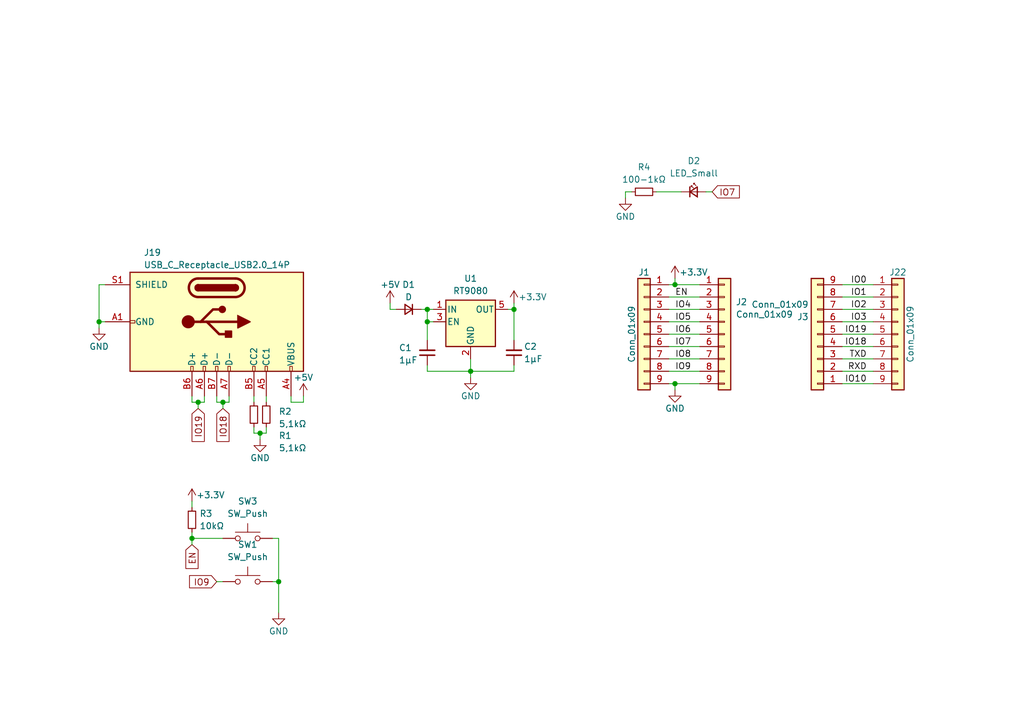
<source format=kicad_sch>
(kicad_sch (version 20231120) (generator "eeschema") (generator_version "8.0")
  (paper "A5")
  (lib_symbols
    (symbol "Connector:USB_C_Receptacle_USB2.0_14P" (pin_names (offset 1.016))
      (property "Reference" "J" (at 0 22.225 0))
      (property "Value" "USB_C_Receptacle_USB2.0_14P" (at 0 19.685 0))
      (symbol "USB_C_Receptacle_USB2.0_14P_0_0"
        (rectangle (start -0.254 -17.78) (end 0.254 -16.764))
        (rectangle (start 10.16 -4.826) (end 9.144 -5.334))
        (rectangle (start 10.16 -2.286) (end 9.144 -2.794))
        (rectangle (start 10.16 0.254) (end 9.144 -0.254))
        (rectangle (start 10.16 2.794) (end 9.144 2.286))
        (rectangle (start 10.16 7.874) (end 9.144 7.366))
        (rectangle (start 10.16 10.414) (end 9.144 9.906))
        (rectangle (start 10.16 15.494) (end 9.144 14.986))
      )
      (symbol "USB_C_Receptacle_USB2.0_14P_0_1"
        (rectangle (start -10.16 17.78) (end 10.16 -17.78) (stroke (width 0.254)) (fill (type background)))
        (arc (start -8.89 -3.81) (mid -6.985 -5.7067) (end -5.08 -3.81) (stroke (width 0.508)))
        (arc (start -7.62 -3.81) (mid -6.985 -4.4423) (end -6.35 -3.81) (stroke (width 0.254)))
        (arc (start -7.62 -3.81) (mid -6.985 -4.4423) (end -6.35 -3.81) (stroke (width 0.254)) (fill (type outline)))
        (rectangle (start -7.62 -3.81) (end -6.35 3.81) (stroke (width 0.254)) (fill (type outline)))
        (arc (start -6.35 3.81) (mid -6.985 4.4423) (end -7.62 3.81) (stroke (width 0.254)))
        (arc (start -6.35 3.81) (mid -6.985 4.4423) (end -7.62 3.81) (stroke (width 0.254)) (fill (type outline)))
        (arc (start -5.08 3.81) (mid -6.985 5.7067) (end -8.89 3.81) (stroke (width 0.508)))
        (circle (center -2.54 1.143) (radius 0.635) (stroke (width 0.254)) (fill (type outline)))
        (circle (center 0 -5.842) (radius 1.27) (fill (type outline)))
        (polyline (pts (xy -8.89 -3.81) (xy -8.89 3.81)) (stroke (width 0.508)))
        (polyline (pts (xy -5.08 3.81) (xy -5.08 -3.81)) (stroke (width 0.508)))
        (polyline (pts (xy 0 -5.842) (xy 0 4.318)) (stroke (width 0.508)))
        (polyline (pts (xy 0 -3.302) (xy -2.54 -0.762) (xy -2.54 0.508)) (stroke (width 0.508)))
        (polyline (pts (xy 0 -2.032) (xy 2.54 0.508) (xy 2.54 1.778)) (stroke (width 0.508)))
        (polyline (pts (xy -1.27 4.318) (xy 0 6.858) (xy 1.27 4.318) (xy -1.27 4.318)) (stroke (width 0.254)) (fill (type outline)))
        (rectangle (start 1.905 1.778) (end 3.175 3.048) (stroke (width 0.254)) (fill (type outline)))
      )
      (symbol "USB_C_Receptacle_USB2.0_14P_1_1"
        (pin passive line (at 0 -22.86 90) (length 5.08) (name "GND") (number "A1"))
        (pin passive line (at 0 -22.86 90) (length 5.08) hide (name "GND") (number "A12"))
        (pin passive line (at 15.24 15.24 180) (length 5.08) (name "VBUS") (number "A4"))
        (pin bidirectional line (at 15.24 10.16 180) (length 5.08) (name "CC1") (number "A5"))
        (pin bidirectional line (at 15.24 -2.54 180) (length 5.08) (name "D+") (number "A6"))
        (pin bidirectional line (at 15.24 2.54 180) (length 5.08) (name "D-") (number "A7"))
        (pin passive line (at 15.24 15.24 180) (length 5.08) hide (name "VBUS") (number "A9"))
        (pin passive line (at 0 -22.86 90) (length 5.08) hide (name "GND") (number "B1"))
        (pin passive line (at 0 -22.86 90) (length 5.08) hide (name "GND") (number "B12"))
        (pin passive line (at 15.24 15.24 180) (length 5.08) hide (name "VBUS") (number "B4"))
        (pin bidirectional line (at 15.24 7.62 180) (length 5.08) (name "CC2") (number "B5"))
        (pin bidirectional line (at 15.24 -5.08 180) (length 5.08) (name "D+") (number "B6"))
        (pin bidirectional line (at 15.24 0 180) (length 5.08) (name "D-") (number "B7"))
        (pin passive line (at 15.24 15.24 180) (length 5.08) hide (name "VBUS") (number "B9"))
        (pin passive line (at -7.62 -22.86 90) (length 5.08) (name "SHIELD") (number "S1"))
      )
    )
    (symbol "Connector_Generic:Conn_01x09" (pin_names (offset 1.016) hide)
      (property "Reference" "J" (at 0 12.7 0))
      (property "Value" "Conn_01x09" (at 0 -12.7 0))
      (symbol "Conn_01x09_1_1"
        (rectangle (start -1.27 -10.033) (end 0 -10.287) (stroke (width 0.1524)))
        (rectangle (start -1.27 -7.493) (end 0 -7.747) (stroke (width 0.1524)))
        (rectangle (start -1.27 -4.953) (end 0 -5.207) (stroke (width 0.1524)))
        (rectangle (start -1.27 -2.413) (end 0 -2.667) (stroke (width 0.1524)))
        (rectangle (start -1.27 0.127) (end 0 -0.127) (stroke (width 0.1524)))
        (rectangle (start -1.27 2.667) (end 0 2.413) (stroke (width 0.1524)))
        (rectangle (start -1.27 5.207) (end 0 4.953) (stroke (width 0.1524)))
        (rectangle (start -1.27 7.747) (end 0 7.493) (stroke (width 0.1524)))
        (rectangle (start -1.27 10.287) (end 0 10.033) (stroke (width 0.1524)))
        (rectangle (start -1.27 11.43) (end 1.27 -11.43) (stroke (width 0.254)) (fill (type background)))
        (pin passive line (at -5.08 10.16 0) (length 3.81) (name "Pin_1") (number "1"))
        (pin passive line (at -5.08 7.62 0) (length 3.81) (name "Pin_2") (number "2"))
        (pin passive line (at -5.08 5.08 0) (length 3.81) (name "Pin_3") (number "3"))
        (pin passive line (at -5.08 2.54 0) (length 3.81) (name "Pin_4") (number "4"))
        (pin passive line (at -5.08 0 0) (length 3.81) (name "Pin_5") (number "5"))
        (pin passive line (at -5.08 -2.54 0) (length 3.81) (name "Pin_6") (number "6"))
        (pin passive line (at -5.08 -5.08 0) (length 3.81) (name "Pin_7") (number "7"))
        (pin passive line (at -5.08 -7.62 0) (length 3.81) (name "Pin_8") (number "8"))
        (pin passive line (at -5.08 -10.16 0) (length 3.81) (name "Pin_9") (number "9"))
      )
    )
    (symbol "Device:C_Small" (pin_numbers hide) (pin_names (offset 0.254) hide)
      (property "Reference" "C" (at 0.254 1.778 0))
      (property "Value" "C_Small" (at 0.254 -2.032 0))
      (symbol "C_Small_0_1"
        (polyline (pts (xy -1.524 -0.508) (xy 1.524 -0.508)) (stroke (width 0.3302)))
        (polyline (pts (xy -1.524 0.508) (xy 1.524 0.508)) (stroke (width 0.3048)))
      )
      (symbol "C_Small_1_1"
        (pin passive line (at 0 2.54 270) (length 2.032) (name "~") (number "1"))
        (pin passive line (at 0 -2.54 90) (length 2.032) (name "~") (number "2"))
      )
    )
    (symbol "Device:D_Small" (pin_numbers hide) (pin_names (offset 0.254) hide)
      (property "Reference" "D" (at -1.27 2.032 0))
      (property "Value" "D_Small" (at -3.81 -2.032 0))
      (symbol "D_Small_0_1"
        (polyline (pts (xy -0.762 -1.016) (xy -0.762 1.016)) (stroke (width 0.254)))
        (polyline (pts (xy -0.762 0) (xy 0.762 0)))
        (polyline (pts (xy 0.762 -1.016) (xy -0.762 0) (xy 0.762 1.016) (xy 0.762 -1.016)) (stroke (width 0.254)))
      )
      (symbol "D_Small_1_1"
        (pin passive line (at -2.54 0 0) (length 1.778) (name "K") (number "1"))
        (pin passive line (at 2.54 0 180) (length 1.778) (name "A") (number "2"))
      )
    )
    (symbol "Device:LED_Small" (pin_numbers hide) (pin_names (offset 0.254) hide)
      (property "Reference" "D" (at -1.27 3.175 0))
      (property "Value" "LED_Small" (at -4.445 -2.54 0))
      (symbol "LED_Small_0_1"
        (polyline (pts (xy -0.762 -1.016) (xy -0.762 1.016)) (stroke (width 0.254)))
        (polyline (pts (xy 1.016 0) (xy -0.762 0)))
        (polyline (pts (xy 0.762 -1.016) (xy -0.762 0) (xy 0.762 1.016) (xy 0.762 -1.016)) (stroke (width 0.254)))
        (polyline (pts (xy 0 0.762) (xy -0.508 1.27) (xy -0.254 1.27) (xy -0.508 1.27) (xy -0.508 1.016)))
        (polyline (pts (xy 0.508 1.27) (xy 0 1.778) (xy 0.254 1.778) (xy 0 1.778) (xy 0 1.524)))
      )
      (symbol "LED_Small_1_1"
        (pin passive line (at -2.54 0 0) (length 1.778) (name "K") (number "1"))
        (pin passive line (at 2.54 0 180) (length 1.778) (name "A") (number "2"))
      )
    )
    (symbol "Device:R_Small" (pin_numbers hide) (pin_names (offset 0.254) hide)
      (property "Reference" "R" (at 0.762 0.508 0))
      (property "Value" "R_Small" (at 0.762 -1.016 0))
      (symbol "R_Small_0_1"
        (rectangle (start -0.762 1.778) (end 0.762 -1.778) (stroke (width 0.2032)))
      )
      (symbol "R_Small_1_1"
        (pin passive line (at 0 2.54 270) (length 0.762) (name "~") (number "1"))
        (pin passive line (at 0 -2.54 90) (length 0.762) (name "~") (number "2"))
      )
    )
    (symbol "Regulator_Linear:TLV75533PDBV" (pin_names (offset 0.254))
      (property "Reference" "U" (at -3.81 5.715 0))
      (property "Value" "TLV75533PDBV" (at 0 5.715 0))
      (symbol "TLV75533PDBV_0_1"
        (rectangle (start -5.08 4.445) (end 5.08 -5.08) (stroke (width 0.254)) (fill (type background)))
      )
      (symbol "TLV75533PDBV_1_1"
        (pin power_in line (at -7.62 2.54 0) (length 2.54) (name "IN") (number "1"))
        (pin power_in line (at 0 -7.62 90) (length 2.54) (name "GND") (number "2"))
        (pin input line (at -7.62 0 0) (length 2.54) (name "EN") (number "3"))
        (pin no_connect line (at 5.08 0 180) (length 2.54) hide (name "NC") (number "4"))
        (pin power_out line (at 7.62 2.54 180) (length 2.54) (name "OUT") (number "5"))
      )
    )
    (symbol "Switch:SW_Push" (pin_numbers hide) (pin_names (offset 1.016) hide)
      (property "Reference" "SW" (at 1.27 2.54 0))
      (property "Value" "SW_Push" (at 0 -1.524 0))
      (symbol "SW_Push_0_1"
        (circle (center -2.032 0) (radius 0.508))
        (polyline (pts (xy 0 1.27) (xy 0 3.048)))
        (polyline (pts (xy 2.54 1.27) (xy -2.54 1.27)))
        (circle (center 2.032 0) (radius 0.508))
        (pin passive line (at -5.08 0 0) (length 2.54) (name "1") (number "1"))
        (pin passive line (at 5.08 0 180) (length 2.54) (name "2") (number "2"))
      )
    )
    (symbol "power:+3.3V" (power) (pin_names (offset 0))
      (property "Value" "+3.3V" (at 0 3.556 0))
      (symbol "+3.3V_0_1"
        (polyline (pts (xy -0.762 1.27) (xy 0 2.54)))
        (polyline (pts (xy 0 0) (xy 0 2.54)))
        (polyline (pts (xy 0 2.54) (xy 0.762 1.27)))
      )
      (symbol "+3.3V_1_1"
        (pin power_in line (at 0 0 90) (length 0) hide (name "+3.3V") (number "1"))
      )
    )
    (symbol "power:+5V" (power) (pin_names (offset 0))
      (property "Value" "+5V" (at 0 3.556 0))
      (symbol "+5V_0_1"
        (polyline (pts (xy -0.762 1.27) (xy 0 2.54)))
        (polyline (pts (xy 0 0) (xy 0 2.54)))
        (polyline (pts (xy 0 2.54) (xy 0.762 1.27)))
      )
      (symbol "+5V_1_1"
        (pin power_in line (at 0 0 90) (length 0) hide (name "+5V") (number "1"))
      )
    )
    (symbol "power:GND" (power) (pin_names (offset 0))
      (property "Value" "GND" (at 0 -3.81 0))
      (symbol "GND_0_1"
        (polyline (pts (xy 0 0) (xy 0 -1.27) (xy 1.27 -1.27) (xy 0 -2.54) (xy -1.27 -1.27) (xy 0 -1.27)))
      )
      (symbol "GND_1_1"
        (pin power_in line (at 0 0 270) (length 0) hide (name "GND") (number "1"))
      )
    )
  )
  (junction (at 138.43 58.42))
  (junction (at 40.64 82.55))
  (junction (at 53.34 88.9))
  (junction (at 105.41 63.5))
  (junction (at 57.15 119.38))
  (junction (at 87.63 66.04))
  (junction (at 87.63 63.5))
  (junction (at 39.37 110.49))
  (junction (at 96.52 76.2))
  (junction (at 45.72 82.55))
  (junction (at 20.32 66.04))
  (junction (at 138.43 78.74))
  (wire (pts (xy 59.69 82.55) (xy 59.69 81.28)))
  (wire (pts (xy 143.51 58.42) (xy 138.43 58.42)))
  (wire (pts (xy 80.01 63.5) (xy 81.28 63.5)))
  (wire (pts (xy 40.64 82.55) (xy 40.64 83.82)))
  (wire (pts (xy 105.41 63.5) (xy 104.14 63.5)))
  (wire (pts (xy 179.07 76.2) (xy 172.72 76.2)))
  (wire (pts (xy 134.62 39.37) (xy 139.7 39.37)))
  (wire (pts (xy 96.52 73.66) (xy 96.52 76.2)))
  (wire (pts (xy 105.41 62.23) (xy 105.41 63.5)))
  (wire (pts (xy 138.43 78.74) (xy 137.16 78.74)))
  (wire (pts (xy 143.51 63.5) (xy 137.16 63.5)))
  (wire (pts (xy 143.51 68.58) (xy 137.16 68.58)))
  (wire (pts (xy 87.63 63.5) (xy 87.63 66.04)))
  (wire (pts (xy 44.45 82.55) (xy 45.72 82.55)))
  (wire (pts (xy 45.72 82.55) (xy 45.72 83.82)))
  (wire (pts (xy 41.91 82.55) (xy 40.64 82.55)))
  (wire (pts (xy 57.15 119.38) (xy 57.15 125.73)))
  (wire (pts (xy 21.59 58.42) (xy 20.32 58.42)))
  (wire (pts (xy 87.63 66.04) (xy 88.9 66.04)))
  (wire (pts (xy 52.07 81.28) (xy 52.07 82.55)))
  (wire (pts (xy 128.27 39.37) (xy 129.54 39.37)))
  (wire (pts (xy 138.43 57.15) (xy 138.43 58.42)))
  (wire (pts (xy 54.61 81.28) (xy 54.61 82.55)))
  (wire (pts (xy 54.61 87.63) (xy 54.61 88.9)))
  (wire (pts (xy 143.51 76.2) (xy 137.16 76.2)))
  (wire (pts (xy 143.51 66.04) (xy 137.16 66.04)))
  (wire (pts (xy 20.32 66.04) (xy 21.59 66.04)))
  (wire (pts (xy 96.52 76.2) (xy 96.52 77.47)))
  (wire (pts (xy 57.15 110.49) (xy 55.88 110.49)))
  (wire (pts (xy 179.07 58.42) (xy 172.72 58.42)))
  (wire (pts (xy 179.07 71.12) (xy 172.72 71.12)))
  (wire (pts (xy 87.63 63.5) (xy 88.9 63.5)))
  (wire (pts (xy 143.51 78.74) (xy 138.43 78.74)))
  (wire (pts (xy 143.51 71.12) (xy 137.16 71.12)))
  (wire (pts (xy 39.37 102.87) (xy 39.37 104.14)))
  (wire (pts (xy 128.27 39.37) (xy 128.27 40.64)))
  (wire (pts (xy 52.07 88.9) (xy 53.34 88.9)))
  (wire (pts (xy 105.41 76.2) (xy 96.52 76.2)))
  (wire (pts (xy 138.43 78.74) (xy 138.43 80.01)))
  (wire (pts (xy 20.32 66.04) (xy 20.32 67.31)))
  (wire (pts (xy 179.07 66.04) (xy 172.72 66.04)))
  (wire (pts (xy 39.37 109.22) (xy 39.37 110.49)))
  (wire (pts (xy 144.78 39.37) (xy 146.05 39.37)))
  (wire (pts (xy 179.07 73.66) (xy 172.72 73.66)))
  (wire (pts (xy 87.63 76.2) (xy 96.52 76.2)))
  (wire (pts (xy 105.41 74.93) (xy 105.41 76.2)))
  (wire (pts (xy 57.15 110.49) (xy 57.15 119.38)))
  (wire (pts (xy 39.37 81.28) (xy 39.37 82.55)))
  (wire (pts (xy 39.37 110.49) (xy 39.37 111.76)))
  (wire (pts (xy 86.36 63.5) (xy 87.63 63.5)))
  (wire (pts (xy 179.07 68.58) (xy 172.72 68.58)))
  (wire (pts (xy 87.63 66.04) (xy 87.63 69.85)))
  (wire (pts (xy 55.88 119.38) (xy 57.15 119.38)))
  (wire (pts (xy 179.07 78.74) (xy 172.72 78.74)))
  (wire (pts (xy 62.23 82.55) (xy 59.69 82.55)))
  (wire (pts (xy 52.07 87.63) (xy 52.07 88.9)))
  (wire (pts (xy 20.32 58.42) (xy 20.32 66.04)))
  (wire (pts (xy 44.45 119.38) (xy 45.72 119.38)))
  (wire (pts (xy 39.37 110.49) (xy 45.72 110.49)))
  (wire (pts (xy 53.34 88.9) (xy 53.34 90.17)))
  (wire (pts (xy 179.07 60.96) (xy 172.72 60.96)))
  (wire (pts (xy 39.37 82.55) (xy 40.64 82.55)))
  (wire (pts (xy 80.01 62.23) (xy 80.01 63.5)))
  (wire (pts (xy 41.91 81.28) (xy 41.91 82.55)))
  (wire (pts (xy 105.41 69.85) (xy 105.41 63.5)))
  (wire (pts (xy 45.72 82.55) (xy 46.99 82.55)))
  (wire (pts (xy 44.45 81.28) (xy 44.45 82.55)))
  (wire (pts (xy 143.51 73.66) (xy 137.16 73.66)))
  (wire (pts (xy 62.23 81.28) (xy 62.23 82.55)))
  (wire (pts (xy 179.07 63.5) (xy 172.72 63.5)))
  (wire (pts (xy 87.63 74.93) (xy 87.63 76.2)))
  (wire (pts (xy 138.43 58.42) (xy 137.16 58.42)))
  (wire (pts (xy 46.99 81.28) (xy 46.99 82.55)))
  (wire (pts (xy 143.51 60.96) (xy 137.16 60.96)))
  (wire (pts (xy 54.61 88.9) (xy 53.34 88.9)))
  (label "IO9" (at 138.43 76.2 0))
  (label "IO18" (at 177.8 71.12 180))
  (label "IO3" (at 177.8 66.04 180))
  (label "IO0" (at 177.8 58.42 180))
  (label "TXD" (at 177.8 73.66 180))
  (label "IO1" (at 177.8 60.96 180))
  (label "IO4" (at 138.43 63.5 0))
  (label "IO5" (at 138.43 66.04 0))
  (label "IO19" (at 177.8 68.58 180))
  (label "IO10" (at 177.8 78.74 180))
  (label "IO6" (at 138.43 68.58 0))
  (label "EN" (at 138.43 60.96 0))
  (label "IO2" (at 177.8 63.5 180))
  (label "RXD" (at 177.8 76.2 180))
  (label "IO7" (at 138.43 71.12 0))
  (label "IO8" (at 138.43 73.66 0))
  (global_label "IO19" (shape input) (at 40.64 83.82 270) (property "Intersheetrefs" "${INTERSHEET_REFS}" (effects (hide yes))))
  (global_label "EN" (shape input) (at 39.37 111.76 270) (property "Intersheetrefs" "${INTERSHEET_REFS}" (effects (hide yes))))
  (global_label "IO9" (shape input) (at 44.45 119.38 180) (property "Intersheetrefs" "${INTERSHEET_REFS}" (effects (hide yes))))
  (global_label "IO18" (shape input) (at 45.72 83.82 270) (property "Intersheetrefs" "${INTERSHEET_REFS}" (effects (hide yes))))
  (global_label "IO7" (shape input) (at 146.05 39.37 0) (property "Intersheetrefs" "${INTERSHEET_REFS}" (effects (hide yes))))
  (symbol (lib_id "power:GND") (at 128.27 40.64 0) (unit 1)
    (property "Reference" "#PWR011" (effects (hide yes)))
    (property "Value" "GND" (at 128.27 44.45 0))
  )
  (symbol (lib_id "power:+5V") (at 62.23 81.28 0) (unit 1)
    (property "Reference" "#PWR02" (effects (hide yes)))
    (property "Value" "+5V" (at 62.23 77.47 0))
  )
  (symbol (lib_id "Connector_Generic:Conn_01x09") (at 184.15 68.58 0) (unit 1)
    (property "Reference" "J22" (at 184.15 55.88 0))
    (property "Value" "Conn_01x09" (at 186.69 68.58 90))
    (property "Footprint" "Connector_PinHeader_2.54mm:PinHeader_1x09_P2.54mm_Vertical" (effects (hide yes)))
  )
  (symbol (lib_id "Connector_Generic:Conn_01x09") (at 148.59 68.58 0) (unit 1)
    (property "Reference" "J2" (at 150.876 61.976 0) (effects (justify left)))
    (property "Value" "Conn_01x09" (at 150.876 64.516 0) (effects (justify left)))
    (property "Footprint" "flexypin:FlexyPin_1x09_P1.50mm" (effects (hide yes)))
    (property "Description" "Generic connector, single row, 01x09, script generated (kicad-library-utils/schlib/autogen/connector/)" (effects (hide yes)))
  )
  (symbol (lib_id "power:GND") (at 57.15 125.73 0) (unit 1)
    (property "Reference" "#PWR08" (effects (hide yes)))
    (property "Value" "GND" (at 57.15 129.54 0))
  )
  (symbol (lib_id "Device:C_Small") (at 87.63 72.39 180) (unit 1)
    (property "Reference" "C1" (at 81.788 71.374 0) (effects (justify right)))
    (property "Value" "1µF" (at 81.788 73.914 0) (effects (justify right)))
    (property "Footprint" "Capacitor_SMD:C_0402_1005Metric" (effects (hide yes)))
  )
  (symbol (lib_id "Device:D_Small") (at 83.82 63.5 180) (unit 1)
    (property "Reference" "D1" (at 83.82 58.42 0))
    (property "Value" "D" (at 83.82 60.96 0))
    (property "Footprint" "Diode_SMD:D_SOD-323" (effects (hide yes)))
    (property "Sim.Device" "D" (effects (hide yes)))
    (property "Sim.Pins" "1=K 2=A" (effects (hide yes)))
  )
  (symbol (lib_id "Device:LED_Small") (at 142.24 39.37 0) (unit 1)
    (property "Reference" "D2" (at 142.3035 33.02 0))
    (property "Value" "LED_Small" (at 142.3035 35.56 0))
    (property "Footprint" "LED_SMD:LED_0402_1005Metric" (effects (hide yes)))
    (property "Description" "Light emitting diode, small symbol" (effects (hide yes)))
  )
  (symbol (lib_id "power:GND") (at 138.43 80.01 0) (unit 1)
    (property "Reference" "#PWR010" (effects (hide yes)))
    (property "Value" "GND" (at 138.43 83.82 0))
  )
  (symbol (lib_id "power:+3.3V") (at 39.37 102.87 0) (unit 1)
    (property "Reference" "#PWR07" (effects (hide yes)))
    (property "Value" "+3.3V" (at 43.18 101.6 0))
  )
  (symbol (lib_id "power:+5V") (at 80.01 62.23 0) (unit 1)
    (property "Reference" "#PWR01" (effects (hide yes)))
    (property "Value" "+5V" (at 80.01 58.42 0))
  )
  (symbol (lib_id "power:GND") (at 96.52 77.47 0) (unit 1)
    (property "Reference" "#PWR04" (effects (hide yes)))
    (property "Value" "GND" (at 96.52 81.28 0))
  )
  (symbol (lib_id "Regulator_Linear:TLV75533PDBV") (at 96.52 66.04 0) (unit 1)
    (property "Reference" "U1" (at 96.52 57.15 0))
    (property "Value" "RT9080" (at 96.52 59.69 0))
    (property "Footprint" "Package_TO_SOT_SMD:SOT-23-5" (effects (hide yes)))
    (property "Datasheet" "http://www.ti.com/lit/ds/symlink/tlv755p.pdf" (effects (hide yes)))
  )
  (symbol (lib_id "Switch:SW_Push") (at 50.8 110.49 0) (unit 1)
    (property "Reference" "SW3" (at 50.8 102.87 0))
    (property "Value" "SW_Push" (at 50.8 105.41 0))
    (property "Footprint" "Button_Switch_SMD:SW_Push_SPST_NO_Alps_SKRK" (effects (hide yes)))
  )
  (symbol (lib_id "power:GND") (at 20.32 67.31 0) (unit 1)
    (property "Reference" "#PWR06" (effects (hide yes)))
    (property "Value" "GND" (at 20.32 71.12 0))
  )
  (symbol (lib_id "Device:R_Small") (at 39.37 106.68 0) (unit 1)
    (property "Reference" "R3" (at 40.894 105.41 0) (effects (justify left)))
    (property "Value" "10kΩ" (at 40.894 107.95 0) (effects (justify left)))
    (property "Footprint" "Resistor_SMD:R_0402_1005Metric" (effects (hide yes)))
  )
  (symbol (lib_id "Connector_Generic:Conn_01x09") (at 132.08 68.58 0) (mirror y) (unit 1)
    (property "Reference" "J1" (at 132.08 55.88 0))
    (property "Value" "Conn_01x09" (at 129.54 68.58 90))
    (property "Footprint" "Connector_PinHeader_2.54mm:PinHeader_1x09_P2.54mm_Vertical" (effects (hide yes)))
  )
  (symbol (lib_id "Device:R_Small") (at 132.08 39.37 90) (unit 1)
    (property "Reference" "R4" (at 132.08 34.29 90))
    (property "Value" "100-1kΩ" (at 132.08 36.83 90))
    (property "Footprint" "Resistor_SMD:R_0402_1005Metric" (effects (hide yes)))
  )
  (symbol (lib_id "Switch:SW_Push") (at 50.8 119.38 0) (unit 1)
    (property "Reference" "SW1" (at 50.8 111.76 0))
    (property "Value" "SW_Push" (at 50.8 114.3 0))
    (property "Footprint" "Button_Switch_SMD:SW_Push_SPST_NO_Alps_SKRK" (effects (hide yes)))
  )
  (symbol (lib_id "Connector:USB_C_Receptacle_USB2.0_14P") (at 44.45 66.04 270) (unit 1)
    (property "Reference" "J19" (at 29.464 51.816 90) (effects (justify left)))
    (property "Value" "USB_C_Receptacle_USB2.0_14P" (at 29.464 54.356 90) (effects (justify left)))
    (property "Footprint" "Connector_USB:USB_C_Receptacle_G-Switch_GT-USB-7010ASV" (effects (hide yes)))
    (property "Datasheet" "https://www.usb.org/sites/default/files/documents/usb_type-c.zip" (effects (hide yes)))
    (property "Description" "USB 2.0-only 14P Type-C Receptacle connector" (effects (hide yes)))
  )
  (symbol (lib_id "Device:C_Small") (at 105.41 72.39 180) (unit 1)
    (property "Reference" "C2" (at 107.442 71.12 0) (effects (justify right)))
    (property "Value" "1µF" (at 107.442 73.66 0) (effects (justify right)))
    (property "Footprint" "Capacitor_SMD:C_0402_1005Metric" (effects (hide yes)))
  )
  (symbol (lib_id "Device:R_Small") (at 52.07 85.09 0) (unit 1)
    (property "Reference" "R1" (at 57.15 89.408 0) (effects (justify left)))
    (property "Value" "5,1kΩ" (at 57.15 91.948 0) (effects (justify left)))
    (property "Footprint" "Resistor_SMD:R_0402_1005Metric" (effects (hide yes)))
  )
  (symbol (lib_id "Connector_Generic:Conn_01x09") (at 167.64 68.58 180) (unit 1)
    (property "Reference" "J3" (at 165.862 65.024 0) (effects (justify left)))
    (property "Value" "Conn_01x09" (at 165.862 62.484 0) (effects (justify left)))
    (property "Footprint" "flexypin:FlexyPin_1x09_P1.50mm" (effects (hide yes)))
    (property "Description" "Generic connector, single row, 01x09, script generated (kicad-library-utils/schlib/autogen/connector/)" (effects (hide yes)))
  )
  (symbol (lib_id "power:+3.3V") (at 105.41 62.23 0) (unit 1)
    (property "Reference" "#PWR05" (effects (hide yes)))
    (property "Value" "+3.3V" (at 109.22 60.96 0))
  )
  (symbol (lib_id "Device:R_Small") (at 54.61 85.09 0) (unit 1)
    (property "Reference" "R2" (at 57.15 84.455 0) (effects (justify left)))
    (property "Value" "5,1kΩ" (at 57.15 86.995 0) (effects (justify left)))
    (property "Footprint" "Resistor_SMD:R_0402_1005Metric" (effects (hide yes)))
  )
  (symbol (lib_id "power:GND") (at 53.34 90.17 0) (unit 1)
    (property "Reference" "#PWR03" (effects (hide yes)))
    (property "Value" "GND" (at 53.34 93.98 0))
  )
  (symbol (lib_id "power:+3.3V") (at 138.43 57.15 0) (unit 1)
    (property "Reference" "#PWR09" (effects (hide yes)))
    (property "Value" "+3.3V" (at 142.24 55.88 0))
  )
)
</source>
